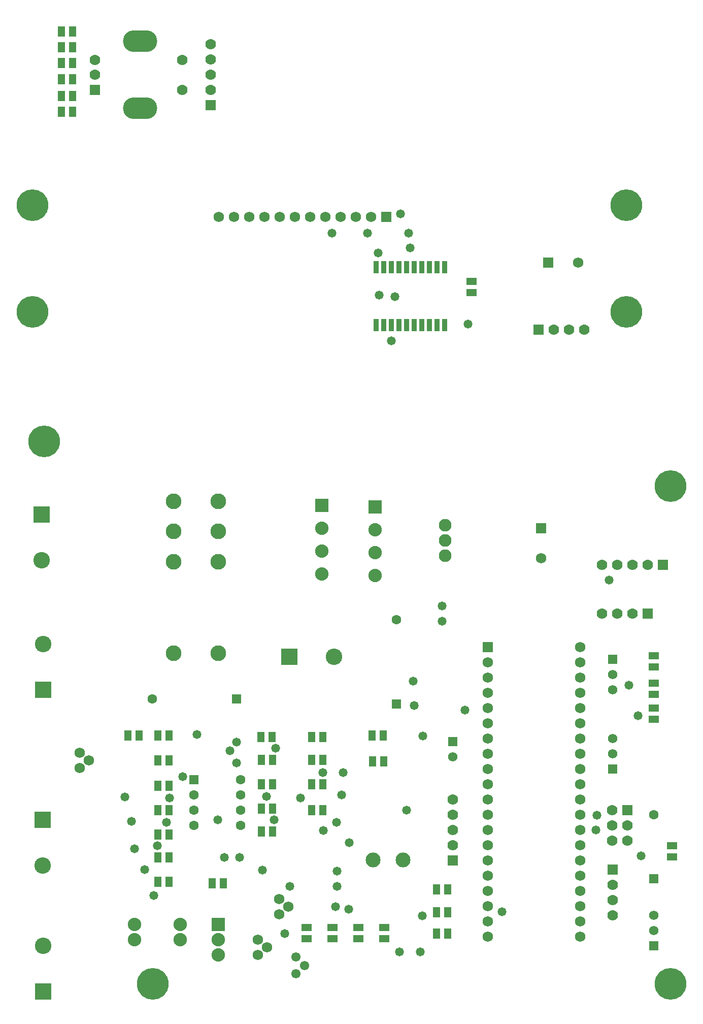
<source format=gts>
G04*
G04 #@! TF.GenerationSoftware,Altium Limited,Altium Designer,23.4.1 (23)*
G04*
G04 Layer_Color=8388736*
%FSLAX44Y44*%
%MOMM*%
G71*
G04*
G04 #@! TF.SameCoordinates,2680DE8E-D3BC-4794-95DD-0B2387E44050*
G04*
G04*
G04 #@! TF.FilePolarity,Negative*
G04*
G01*
G75*
%ADD15R,1.6532X1.2532*%
%ADD16R,1.2532X1.6532*%
%ADD17R,0.9032X2.1032*%
%ADD18C,1.7780*%
%ADD19R,1.7780X1.7780*%
%ADD20R,1.7780X1.7780*%
G04:AMPARAMS|DCode=21|XSize=3.6068mm|YSize=5.715mm|CornerRadius=1.8034mm|HoleSize=0mm|Usage=FLASHONLY|Rotation=90.000|XOffset=0mm|YOffset=0mm|HoleType=Round|Shape=RoundedRectangle|*
%AMROUNDEDRECTD21*
21,1,3.6068,2.1082,0,0,90.0*
21,1,0.0000,5.7150,0,0,90.0*
1,1,3.6068,1.0541,0.0000*
1,1,3.6068,1.0541,0.0000*
1,1,3.6068,-1.0541,0.0000*
1,1,3.6068,-1.0541,0.0000*
%
%ADD21ROUNDEDRECTD21*%
%ADD22R,1.5748X1.5748*%
%ADD23C,1.5748*%
%ADD24R,2.2352X2.2352*%
%ADD25C,2.2352*%
%ADD26R,1.7272X1.7272*%
%ADD27C,1.7272*%
%ADD28C,5.2832*%
%ADD29R,2.7432X2.7432*%
%ADD30C,2.7432*%
%ADD31R,2.7432X2.7432*%
%ADD32R,1.6002X1.6002*%
%ADD33C,1.6002*%
%ADD34C,1.5494*%
%ADD35C,2.6162*%
%ADD36C,2.4892*%
%ADD37C,2.1082*%
%ADD38R,1.6002X1.6002*%
%ADD39C,1.4732*%
%ADD40R,1.7272X1.7272*%
D15*
X805942Y1249278D02*
D03*
Y1230778D02*
D03*
X1140460Y308970D02*
D03*
Y290470D02*
D03*
X1109980Y519684D02*
D03*
Y538184D02*
D03*
Y561234D02*
D03*
Y579734D02*
D03*
Y606954D02*
D03*
Y625454D02*
D03*
X660400Y172318D02*
D03*
Y153818D02*
D03*
X617220Y172318D02*
D03*
Y153818D02*
D03*
X573786D02*
D03*
Y172318D02*
D03*
X530860Y153786D02*
D03*
Y172286D02*
D03*
D16*
X140314Y1665732D02*
D03*
X121814D02*
D03*
X140314Y1613662D02*
D03*
X121814D02*
D03*
X140314Y1558798D02*
D03*
X121814D02*
D03*
X282850Y492760D02*
D03*
X301350D02*
D03*
X251460D02*
D03*
X232960D02*
D03*
X659490Y449580D02*
D03*
X640990D02*
D03*
X640080Y492760D02*
D03*
X658580D02*
D03*
X557890Y368300D02*
D03*
X539390D02*
D03*
Y411480D02*
D03*
X557890D02*
D03*
X539390Y452120D02*
D03*
X557890D02*
D03*
X539390Y490220D02*
D03*
X557890D02*
D03*
X473160D02*
D03*
X454660D02*
D03*
X474070Y452120D02*
D03*
X455570D02*
D03*
X301350Y450850D02*
D03*
X282850D02*
D03*
X455570Y411480D02*
D03*
X474070D02*
D03*
X282850Y408940D02*
D03*
X301350D02*
D03*
X282850Y368300D02*
D03*
X301350D02*
D03*
X282850Y327660D02*
D03*
X301350D02*
D03*
X121814Y1639570D02*
D03*
X140314D02*
D03*
X121814Y1586230D02*
D03*
X140314D02*
D03*
X121814Y1532382D02*
D03*
X140314D02*
D03*
X391940Y246380D02*
D03*
X373440D02*
D03*
X766170Y162560D02*
D03*
X747670D02*
D03*
X766170Y198120D02*
D03*
X747670D02*
D03*
X766170Y236220D02*
D03*
X747670D02*
D03*
X474070Y370840D02*
D03*
X455570D02*
D03*
X282850Y248920D02*
D03*
X301350D02*
D03*
X474070Y332740D02*
D03*
X455570D02*
D03*
X301350Y289560D02*
D03*
X282850D02*
D03*
D17*
X761238Y1177042D02*
D03*
X748538D02*
D03*
X735838D02*
D03*
X723138D02*
D03*
X710438D02*
D03*
X697738D02*
D03*
X685038D02*
D03*
X672338D02*
D03*
X659638D02*
D03*
X646938D02*
D03*
Y1273042D02*
D03*
X659638D02*
D03*
X672338D02*
D03*
X685038D02*
D03*
X697738D02*
D03*
X710438D02*
D03*
X723138D02*
D03*
X735838D02*
D03*
X748538D02*
D03*
X761238D02*
D03*
D18*
X1023620Y695960D02*
D03*
X1049020D02*
D03*
X1074420D02*
D03*
X1041400Y218440D02*
D03*
Y193040D02*
D03*
Y243840D02*
D03*
X1040130Y368300D02*
D03*
Y342900D02*
D03*
X1065530Y317500D02*
D03*
X1040130D02*
D03*
X1065530Y342900D02*
D03*
X993648Y1169162D02*
D03*
X942848D02*
D03*
X968248D02*
D03*
X178054Y1593850D02*
D03*
Y1618850D02*
D03*
X323054Y1568850D02*
D03*
Y1618850D02*
D03*
X774700Y386080D02*
D03*
Y360680D02*
D03*
Y335280D02*
D03*
Y309880D02*
D03*
X1023620Y777240D02*
D03*
X1049020D02*
D03*
X1074420D02*
D03*
X1099820D02*
D03*
X371094Y1568450D02*
D03*
Y1593850D02*
D03*
Y1619250D02*
D03*
Y1644650D02*
D03*
D19*
X1099820Y695960D02*
D03*
X917448Y1169162D02*
D03*
X1125220Y777240D02*
D03*
D20*
X1041400Y269240D02*
D03*
X1065530Y368300D02*
D03*
X178054Y1568850D02*
D03*
X774700Y284480D02*
D03*
X371094Y1543050D02*
D03*
D21*
X253054Y1537850D02*
D03*
Y1649850D02*
D03*
D22*
X774446Y482600D02*
D03*
X1041400Y619760D02*
D03*
Y436880D02*
D03*
X1109980Y142240D02*
D03*
D23*
X774446Y457200D02*
D03*
X1041400Y594360D02*
D03*
Y568960D02*
D03*
Y462280D02*
D03*
Y487680D02*
D03*
X1109980Y167640D02*
D03*
Y193040D02*
D03*
D24*
X556260Y876300D02*
D03*
X645160Y873760D02*
D03*
X383540Y177800D02*
D03*
D25*
X556260Y838200D02*
D03*
Y800100D02*
D03*
Y762000D02*
D03*
X645160Y835660D02*
D03*
Y797560D02*
D03*
Y759460D02*
D03*
X383540Y152400D02*
D03*
Y127000D02*
D03*
X243840Y177800D02*
D03*
Y152400D02*
D03*
X320040D02*
D03*
Y177800D02*
D03*
D26*
X833120Y640080D02*
D03*
X663448Y1357122D02*
D03*
X933488Y1280922D02*
D03*
D27*
X833120Y614680D02*
D03*
Y589280D02*
D03*
Y563880D02*
D03*
Y538480D02*
D03*
Y513080D02*
D03*
Y487680D02*
D03*
Y462280D02*
D03*
Y436880D02*
D03*
Y411480D02*
D03*
Y386080D02*
D03*
Y360680D02*
D03*
Y335280D02*
D03*
Y309880D02*
D03*
Y284480D02*
D03*
Y259080D02*
D03*
Y233680D02*
D03*
Y208280D02*
D03*
Y182880D02*
D03*
Y157480D02*
D03*
X987420D02*
D03*
Y182880D02*
D03*
Y208280D02*
D03*
Y233680D02*
D03*
Y259080D02*
D03*
Y284480D02*
D03*
Y309880D02*
D03*
Y335280D02*
D03*
Y360680D02*
D03*
Y386080D02*
D03*
Y411480D02*
D03*
Y436880D02*
D03*
Y462280D02*
D03*
Y487680D02*
D03*
Y513080D02*
D03*
Y538480D02*
D03*
Y563880D02*
D03*
Y589280D02*
D03*
Y614680D02*
D03*
Y640080D02*
D03*
X152400Y463550D02*
D03*
X167640Y450850D02*
D03*
X152400Y438150D02*
D03*
X384048Y1357122D02*
D03*
X409448D02*
D03*
X434848D02*
D03*
X460248D02*
D03*
X485648D02*
D03*
X511048D02*
D03*
X536448D02*
D03*
X561848D02*
D03*
X587248D02*
D03*
X612648D02*
D03*
X638048D02*
D03*
X449580Y127000D02*
D03*
X464820Y139700D02*
D03*
X449580Y152400D02*
D03*
X485140Y194310D02*
D03*
X500380Y207010D02*
D03*
X485140Y219710D02*
D03*
X983488Y1280922D02*
D03*
X922020Y788200D02*
D03*
D28*
X92710Y982980D02*
D03*
X1137920Y908050D02*
D03*
Y78740D02*
D03*
X274320D02*
D03*
X1064260Y1376680D02*
D03*
Y1198880D02*
D03*
X73660D02*
D03*
Y1376680D02*
D03*
D29*
X91440Y568960D02*
D03*
X90170Y351790D02*
D03*
X91440Y66040D02*
D03*
X88900Y861060D02*
D03*
D30*
X91440Y645160D02*
D03*
X90170Y275590D02*
D03*
X91440Y142240D02*
D03*
X88900Y784860D02*
D03*
X576650Y623570D02*
D03*
D31*
X501650D02*
D03*
D32*
X680720Y544800D02*
D03*
X1109980Y253680D02*
D03*
D33*
X680720Y685800D02*
D03*
X421000Y419100D02*
D03*
Y393700D02*
D03*
Y368300D02*
D03*
Y342900D02*
D03*
X342900D02*
D03*
Y368300D02*
D03*
Y393700D02*
D03*
X1109980Y360680D02*
D03*
X273020Y553720D02*
D03*
D34*
X513080Y95250D02*
D03*
X527050Y109220D02*
D03*
X513080Y123190D02*
D03*
D35*
X383540Y629720D02*
D03*
Y782320D02*
D03*
Y832720D02*
D03*
Y883120D02*
D03*
X308540D02*
D03*
Y832720D02*
D03*
Y782320D02*
D03*
Y629720D02*
D03*
D36*
X691388Y285496D02*
D03*
X641350D02*
D03*
D37*
X762000Y843480D02*
D03*
Y817480D02*
D03*
Y792480D02*
D03*
D38*
X342900Y419100D02*
D03*
X414020Y553720D02*
D03*
D39*
X393700Y289560D02*
D03*
X419100D02*
D03*
X581660Y266700D02*
D03*
Y241300D02*
D03*
X756920Y683260D02*
D03*
Y708660D02*
D03*
X281940Y308610D02*
D03*
X260350Y269240D02*
D03*
X1083310Y525272D02*
D03*
X1088390Y292100D02*
D03*
X1013491Y334998D02*
D03*
X1014730Y359410D02*
D03*
X243840Y303530D02*
D03*
X709930Y542290D02*
D03*
X579120Y207010D02*
D03*
X457200Y267970D02*
D03*
X723900Y191770D02*
D03*
X414020Y481330D02*
D03*
X476250Y351790D02*
D03*
X478790Y471170D02*
D03*
X323850Y424180D02*
D03*
X1068070Y576580D02*
D03*
X703580Y1305560D02*
D03*
X701040Y1329690D02*
D03*
X650240Y1296670D02*
D03*
X671830Y1150620D02*
D03*
X601980Y313690D02*
D03*
X589280Y393700D02*
D03*
X580390Y347980D02*
D03*
X591820Y430530D02*
D03*
X558800Y334010D02*
D03*
X557530Y430530D02*
D03*
X414020Y447040D02*
D03*
X402590Y467360D02*
D03*
X697230Y368300D02*
D03*
X720090Y132080D02*
D03*
X685800D02*
D03*
X600710Y203200D02*
D03*
X494030Y162560D02*
D03*
X275590Y226060D02*
D03*
X227330Y389890D02*
D03*
X382270Y351790D02*
D03*
X520700Y388620D02*
D03*
X856824Y198673D02*
D03*
X724535Y491490D02*
D03*
X800100Y1178560D02*
D03*
X632460Y1329690D02*
D03*
X572770D02*
D03*
X708660Y582930D02*
D03*
X795020Y534670D02*
D03*
X1035050Y751840D02*
D03*
X238760Y349250D02*
D03*
X302260Y388620D02*
D03*
X502920Y241300D02*
D03*
X463550Y391160D02*
D03*
X297180Y347980D02*
D03*
X347980Y494030D02*
D03*
X678434Y1224026D02*
D03*
X687578Y1362202D02*
D03*
X651764Y1226312D02*
D03*
D40*
X922020Y838200D02*
D03*
M02*

</source>
